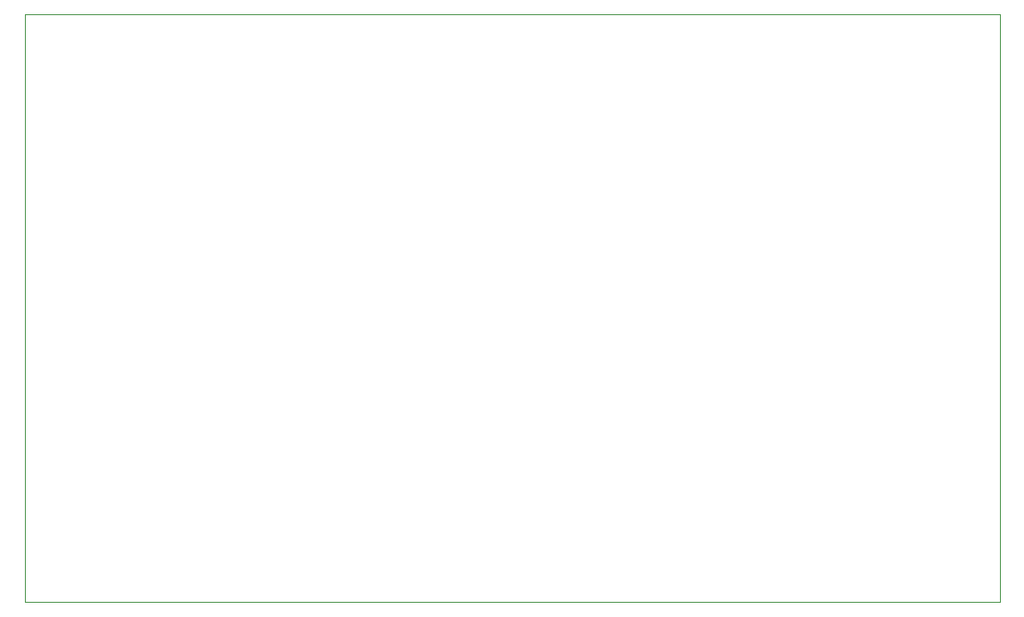
<source format=gm1>
G04 #@! TF.GenerationSoftware,KiCad,Pcbnew,(5.1.2)-2*
G04 #@! TF.CreationDate,2019-06-27T20:53:16-04:00*
G04 #@! TF.ProjectId,connection-portal,636f6e6e-6563-4746-996f-6e2d706f7274,rev?*
G04 #@! TF.SameCoordinates,Original*
G04 #@! TF.FileFunction,Profile,NP*
%FSLAX46Y46*%
G04 Gerber Fmt 4.6, Leading zero omitted, Abs format (unit mm)*
G04 Created by KiCad (PCBNEW (5.1.2)-2) date 2019-06-27 20:53:16*
%MOMM*%
%LPD*%
G04 APERTURE LIST*
%ADD10C,0.050000*%
G04 APERTURE END LIST*
D10*
X186690000Y-128270000D02*
X186690000Y-72390000D01*
X93980000Y-128270000D02*
X186690000Y-128270000D01*
X93980000Y-72390000D02*
X93980000Y-128270000D01*
X186690000Y-72390000D02*
X93980000Y-72390000D01*
M02*

</source>
